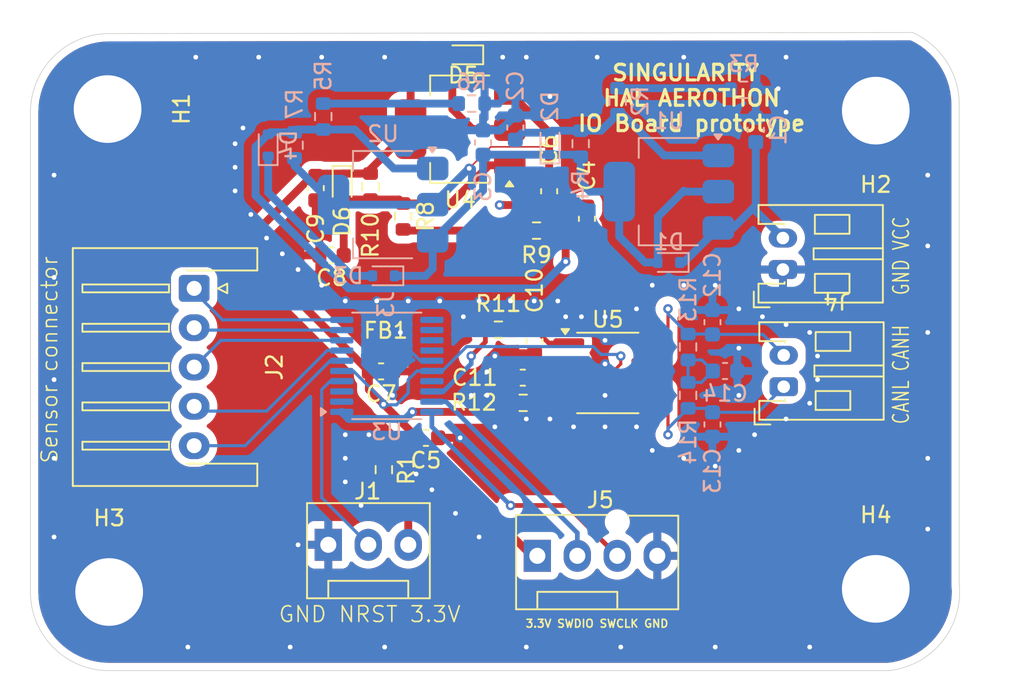
<source format=kicad_pcb>
(kicad_pcb (version 20241229) (generator "pcbnew") (generator_version "9.0")
  (layers (0 "F.Cu" power) (2 "B.Cu" power) (13 "F.Paste" user) (15 "B.Paste" user) (5 "F.SilkS" user "F.Silkscreen") (7 "B.SilkS" user "B.Silkscreen") (1 "F.Mask" user) (3 "B.Mask" user) (25 "Edge.Cuts" user))
  (net 0 "")
  (net 1 "+28V")
  (net 2 "GND")
  (net 3 "Net-(D2-A)")
  (net 4 "+19.8V")
  (net 5 "Net-(D4-A)")
  (net 6 "+3.4V")
  (net 7 "+11.6V")
  (net 8 "Net-(D6-A)")
  (net 9 "Net-(U5-TXD)")
  (net 10 "CAN_H")
  (net 11 "CAN_L")
  (net 12 "Net-(C14-Pad1)")
  (net 13 "Net-(D3-A)")
  (net 14 "Net-(J1-Pin_3)")
  (net 15 "NRST")
  (net 16 "Digital_1")
  (net 17 "Digital_2")
  (net 18 "Digital_3")
  (net 19 "Digital_4")
  (net 20 "Digital_5")
  (net 21 "SYS_SWCLK")
  (net 22 "SYS_SWDIO")
  (net 23 "Net-(R2-Pad2)")
  (net 24 "Net-(R5-Pad2)")
  (net 25 "Net-(R8-Pad2)")
  (net 26 "CAN_TX")
  (net 27 "Net-(U5-RXD)")
  (net 28 "CAN_RX")
  (footprint "Inductor_SMD:L_0201_0603Metric" (layer "F.Cu") (at 106.075 49.925)
    (property "Reference" "FB1")
    (property "Value" "FerriteBead" (hide yes))
  )
  (footprint "Connector_TE-Connectivity:TE_440055-2_1x02_P2.00mm_Horizontal" (layer "F.Cu") (at 131.35 52.45 90)
    (property "Reference" "J4")
    (property "Value" "Conn_01x02")
  )
  (footprint "Diode_SMD:D_SOD-523" (layer "F.Cu") (at 111 31.35 180)
    (property "Reference" "D5")
    (property "Value" "1N4148WT" (hide yes))
  )
  (footprint "Diode_SMD:D_SOD-523" (layer "F.Cu") (at 103.3 39.675 -90)
    (property "Reference" "D6")
    (property "Value" "1N4148WT" (hide yes))
  )
  (footprint "Resistor_SMD:R_0603_1608Metric" (layer "F.Cu") (at 115.65 42.525)
    (property "Reference" "R9")
    (property "Value" "120" (hide yes))
  )
  (footprint "Resistor_SMD:R_0603_1608Metric" (layer "F.Cu") (at 105.1 39.725 -90)
    (property "Reference" "R10")
    (property "Value" "1k" (hide yes))
  )
  (footprint "Capacitor_SMD:C_0603_1608Metric" (layer "F.Cu") (at 116.45 40.025 -90)
    (property "Reference" "C6")
    (property "Value" "0.1u" (hide yes))
  )
  (footprint "MountingHole:MountingHole_4.3mm_M4_DIN965_Pad" (layer "F.Cu") (at 137.2 34.9 180)
    (property "Reference" "H2")
    (property "Value" "MountingHole_Pad")
  )
  (footprint "Resistor_SMD:R_0603_1608Metric" (layer "F.Cu") (at 107.175 41.625 -90)
    (property "Reference" "R8")
    (property "Value" "1.6k" (hide yes))
  )
  (footprint "Package_TO_SOT_SMD:SOT-223-3_TabPin2" (layer "F.Cu") (at 110.8 36.075 180)
    (property "Reference" "U4")
    (property "Value" "LM317_SOT-223" (hide yes))
  )
  (footprint "MountingHole:MountingHole_4.3mm_M4_DIN965_Pad" (layer "F.Cu") (at 137.2 65.3)
    (property "Reference" "H4")
    (property "Value" "MountingHole_Pad")
  )
  (footprint "Resistor_SMD:R_0603_1608Metric" (layer "F.Cu") (at 105.95 57.725 -90)
    (property "Reference" "R1")
    (property "Value" "10k")
  )
  (footprint "Capacitor_SMD:C_0603_1608Metric" (layer "F.Cu") (at 101.625 39.825 -90)
    (property "Reference" "C9")
    (property "Value" "1u")
  )
  (footprint "MountingHole:MountingHole_4.3mm_M4_DIN965_Pad" (layer "F.Cu") (at 88.5 65.5)
    (property "Reference" "H3")
    (property "Value" "MountingHole_Pad")
  )
  (footprint "Capacitor_SMD:C_0603_1608Metric" (layer "F.Cu") (at 105.775 51.475 180)
    (property "Reference" "C7")
    (property "Value" "0.1u")
  )
  (footprint "Resistor_SMD:R_0603_1608Metric" (layer "F.Cu") (at 113.225 48.825)
    (property "Reference" "R11")
    (property "Value" "1k")
  )
  (footprint "Capacitor_SMD:C_0603_1608Metric" (layer "F.Cu") (at 118.85 41.775 -90)
    (property "Reference" "C4")
    (property "Value" "10u" (hide yes))
  )
  (footprint "Capacitor_SMD:C_0603_1608Metric" (layer "F.Cu") (at 114.775 51.875 180)
    (property "Reference" "C11")
    (property "Value" "1u")
  )
  (footprint "Connector_TE-Connectivity:TE_440055-2_1x02_P2.00mm_Horizontal" (layer "F.Cu") (at 131.3 45 90)
    (property "Reference" "J3")
    (property "Value" "Conn_01x02")
  )
  (footprint "Connector:FanPinHeader_1x03_P2.54mm_Vertical" (layer "F.Cu") (at 102.42 62.5)
    (property "Reference" "J1")
    (property "Value" "Conn_01x03_Pin")
  )
  (footprint "Capacitor_SMD:C_0603_1608Metric" (layer "F.Cu") (at 108.625 55.7 180)
    (property "Reference" "C5")
    (property "Value" "0.1u" (hide yes))
  )
  (footprint "Capacitor_SMD:C_0603_1608Metric" (layer "F.Cu") (at 102.625 44.1 180)
    (property "Reference" "C8")
    (property "Value" "10u")
  )
  (footprint "Connector:FanPinHeader_1x04_P2.54mm_Vertical" (layer "F.Cu") (at 115.7 63.2)
    (property "Reference" "J5")
    (property "Value" "Conn_01x04_Pin")
  )
  (footprint "Connector_JST:JST_XH_S5B-XH-A-1_1x05_P2.50mm_Horizontal" (layer "F.Cu") (at 93.9 46.2 -90)
    (property "Reference" "J2")
    (property "Value" "Conn_01x05")
  )
  (footprint "Capacitor_SMD:C_0603_1608Metric" (layer "F.Cu") (at 115.525 49.55 -90)
    (property "Reference" "C10")
    (property "Value" "0.1u")
  )
  (footprint "MountingHole:MountingHole_4.3mm_M4_DIN965_Pad" (layer "F.Cu") (at 88.4 34.8 -90)
    (property "Reference" "H1")
    (property "Value" "MountingHole_Pad")
  )
  (footprint "Resistor_SMD:R_0603_1608Metric" (layer "F.Cu") (at 114.8 53.475)
    (property "Reference" "R12")
    (property "Value" "1k")
  )
  (footprint "Package_SO:SOIC-8_3.9x4.9mm_P1.27mm" (layer "F.Cu") (at 120.175 51.575)
    (property "Reference" "U5")
    (property "Value" "TCAN332G")
  )
  (footprint "Resistor_SMD:R_0603_1608Metric" (layer "B.Cu") (at 125.275 53 -90)
    (property "Reference" "R14")
    (property "Value" "60")
  )
  (footprint "Resistor_SMD:R_0603_1608Metric" (layer "B.Cu") (at 100.27675 37.1 90)
    (property "Reference" "R7")
    (property "Value" "1k" (hide yes))
  )
  (footprint "Diode_SMD:D_SOD-523" (layer "B.Cu") (at 116.50175 37 90)
    (property "Reference" "D2")
    (property "Value" "1N4148WT" (hide yes))
  )
  (footprint "Resistor_SMD:R_0603_1608Metric" (layer "B.Cu") (at 128.80175 33.575)
    (property "Reference" "R3")
    (property "Value" "1.8k" (hide yes))
  )
  (footprint "Diode_SMD:D_SOD-523" (layer "B.Cu") (at 98.60175 37.1 90)
    (property "Reference" "D4")
    (property "Value" "1N4148WT" (hide yes))
  )
  (footprint "Capacitor_SMD:C_0603_1608Metric" (layer "B.Cu") (at 126.825 54.85 -90)
    (property "Reference" "C13")
    (property "Value" "0.1u")
  )
  (footprint "Capacitor_SMD:C_0603_1608Metric" (layer "B.Cu") (at 129.57675 36.125 90)
    (property "Reference" "C1")
    (property "Value" "0.1u" (hide yes))
  )
  (footprint "Package_TO_SOT_SMD:SOT-223-3_TabPin2" (layer "B.Cu") (at 124.05175 40.05 180)
    (property "Reference" "U1")
    (property "Value" "LM317_SOT-223" (hide yes))
  )
  (footprint "Package_SO:TSSOP-20_4.4x6.5mm_P0.65mm" (layer "B.Cu") (at 106.1375 51.125)
    (property "Reference" "U3")
    (property "Value" "STM32F042F6Px" (hide yes))
  )
  (footprint "Capacitor_SMD:C_0603_1608Metric" (layer "B.Cu") (at 112.25175 36.925 90)
    (property "Reference" "C3")
    (property "Value" "0.1u" (hide yes))
  )
  (footprint "Resistor_SMD:R_0603_1608Metric" (layer "B.Cu") (at 125.275 49.925 -90)
    (property "Reference" "R13")
    (property "Value" "60")
  )
  (footprint "Diode_SMD:D_SOD-523" (layer "B.Cu") (at 124.05175 44.55 180)
    (property "Reference" "D1")
    (property "Value" "1N4148WT" (hide yes))
  )
  (footprint "Resistor_SMD:R_0603_1608Metric" (layer "B.Cu") (at 102.10175 35.275 90)
    (property "Reference" "R5")
    (property "Value" "7.5k" (hide yes))
  )
  (footprint "Capacitor_SMD:C_0603_1608Metric" (layer "B.Cu") (at 126.825 48.35 90)
    (property "Reference" "C12")
    (property "Value" "0.1u")
  )
  (footprint "Capacitor_SMD:C_0603_1608Metric" (layer "B.Cu") (at 127.625 51.45)
    (property "Reference" "C14")
    (property "Value" "0.1u")
  )
  (footprint "Package_TO_SOT_SMD:SOT-223-3_TabPin2" (layer "B.Cu") (at 105.90175 40.875 180)
    (property "Reference" "U2")
    (property "Value" "LM317_SOT-223" (hide yes))
  )
  (footprint "Diode_SMD:D_SOD-523" (layer "B.Cu") (at 105.92675 45.4 180)
    (property "Reference" "D3")
    (property "Value" "1N4148WT" (hide yes))
  )
  (footprint "Resistor_SMD:R_0603_1608Metric" (layer "B.Cu") (at 118.45175 37 90)
    (property "Reference" "R4")
    (property "Value" "1k" (hide yes))
  )
  (footprint "Resistor_SMD:R_0603_1608Metric" (layer "B.Cu") (at 120.80175 34.3 90)
    (property "Reference" "R2")
    (property "Value" "13k" (hide yes))
  )
  (footprint "Capacitor_SMD:C_0603_1608Metric" (layer "B.Cu") (at 114.30175 35.975 90)
    (property "Reference" "C2")
    (property "Value" "10u" (hide yes))
  )
  (footprint "Resistor_SMD:R_0603_1608Metric" (layer "B.Cu") (at 111.52675 34.45)
    (property "Reference" "R6")
    (property "Value" "820")
  )
  (gr_line (start 139.530691 29.930942) (end 88.5 30) (stroke (width 0.05)) (layer "Edge.Cuts"))
  (gr_line (start 142.5 65) (end 142.5 34.5) (stroke (width 0.05)) (layer "Edge.Cuts"))
  (gr_arc (start 83.5 35) (mid 84.964466 31.464466) (end 88.5 30) (stroke (width 0.05)) (layer "Edge.Cuts"))
  (gr_arc (start 142.5 65) (mid 141.389087 68.681981) (end 138 70.5) (stroke (width 0.05)) (layer "Edge.Cuts"))
  (gr_line (start 88.5 70.5) (end 137.999991 70.5) (stroke (width 0.05)) (layer "Edge.Cuts"))
  (gr_line (start 83.5 35) (end 83.5 65.5) (stroke (width 0.05)) (layer "Edge.Cuts"))
  (gr_arc (start 139.530692 29.930942) (mid 141.692461 31.775432) (end 142.5 34.5) (stroke (width 0.05)) (layer "Edge.Cuts"))
  (gr_arc (start 88.5 70.5) (mid 84.964466 69.035534) (end 83.5 65.5) (stroke (width 0.05)) (layer "Edge.Cuts"))
  (gr_text "GND NRST 3.3V" (at 99.2 67.5 0) (layer "F.SilkS") (effects (font (size 1 1) (thickness 0.1)) (justify left bottom)))
  (gr_text "CANL CANH\n\n" (at 141 54.9 90) (layer "F.SilkS") (effects (font (size 1 0.75) (thickness 0.1)) (justify left bottom)))
  (gr_text "Sensor connector\n" (at 85.3 57.4 90) (layer "F.SilkS") (effects (font (size 1 1) (thickness 0.1)) (justify left bottom)))
  (gr_text "3.3V SWDIO SWCLK GND" (at 114.9 67.8 0) (layer "F.SilkS") (effects (font (size 0.5 0.5) (thickness 0.1)) (justify left bottom)))
  (gr_text "SINGULARITY \nHAL AEROTHON\nIO Board prototype" (at 125.5 36.3 0) (layer "F.SilkS") (effects (font (size 1 1) (thickness 0.2) (bold yes)) (justify bottom)))
  (gr_text "GND VCC" (at 139.4 46.7 90) (layer "F.SilkS") (effects (font (size 1 0.75) (thickness 0.1)) (justify left bottom)))
  (segment (start 129.57675 40.92325) (end 129.57675 41.27675) (width 0.5) (layer "B.Cu") (net 1))
  (segment (start 127.20175 42.35) (end 128.15 42.35) (width 0.5) (layer "B.Cu") (net 1))
  (segment (start 124.75175 44.55) (end 125.00175 44.55) (width 0.5) (layer "B.Cu") (net 1))
  (segment (start 128.15 42.35) (end 129.57675 40.92325) (width 0.5) (layer "B.Cu") (net 1))
  (segment (start 125.00175 44.55) (end 127.20175 42.35) (width 0.5) (layer "B.Cu") (net 1))
  (segment (start 129.57675 41.27675) (end 131.3 43) (width 0.5) (layer "B.Cu") (net 1))
  (segment (start 129.57675 40.92325) (end 129.57675 36.9) (width 0.5) (layer "B.Cu") (net 1))
  (segment (start 115.525 50.325) (end 113.175 50.325) (width 0.5) (layer "F.Cu") (net 2))
  (segment (start 106.55 52.95) (end 106.5 53) (width 0.5) (layer "F.Cu") (net 2))
  (segment (start 114 51.875) (end 112.875 51.875) (width 0.5) (layer "F.Cu") (net 2))
  (segment (start 113.175 50.325) (end 113 50.5) (width 0.5) (layer "F.Cu") (net 2))
  (segment (start 109.4 55.7) (end 110.8 55.7) (width 0.5) (layer "F.Cu") (net 2))
  (segment (start 106.55 51.475) (end 106.55 52.95) (width 0.5) (layer "F.Cu") (net 2))
  (segment (start 112.875 51.875) (end 112.5 51.5) (width 0.5) (layer "F.Cu") (net 2))
  (via (at 96.5 40) (size 0.6) (drill 0.3) (layers "F.Cu" "B.Cu") (net 2))
  (via (at 85 39) (size 0.6) (drill 0.3) (layers "F.Cu" "B.Cu") (net 2))
  (via (at 116.5 34) (size 0.6) (drill 0.3) (layers "F.Cu" "B.Cu") (net 2))
  (via (at 118.5 48) (size 0.6) (drill 0.3) (layers "F.Cu" "B.Cu") (net 2))
  (via (at 129.5 55.5) (size 0.6) (drill 0.3) (layers "F.Cu" "B.Cu") (net 2))
  (via (at 85 57) (size 0.6) (drill 0.3) (layers "F.Cu" "B.Cu") (net 2))
  (via (at 125 31.5) (size 0.6) (drill 0.3) (layers "F.Cu" "B.Cu") (net 2))
  (via (at 128.5 56.5) (size 0.6) (drill 0.3) (layers "F.Cu" "B.Cu") (net 2))
  (via (at 140.5 49) (size 0.6) (drill 0.3) (layers "F.Cu" "B.Cu") (net 2))
  (via (at 120 53) (size 0.6) (drill 0.3) (layers "F.Cu" "B.Cu") (net 2))
  (via (at 112 47) (size 0.6) (drill 0.3) (layers "F.Cu" "B.Cu") (net 2))
  (via (at 113.5 31.5) (size 0.6) (drill 0.3) (layers "F.Cu" "B.Cu") (net 2))
  (via (at 103.5 47) (size 0.6) (drill 0.3) (layers "F.Cu" "B.Cu") (net 2))
  (via (at 98.5 43) (size 0.6) (drill 0.3) (layers "F.Cu" "B.Cu") (net 2))
  (via (at 106 69) (size 0.6) (drill 0.3) (layers "F.Cu" "B.Cu") (net 2))
  (via (at 127 46) (size 0.6) (drill 0.3) (layers "F.Cu" "B.Cu") (net 2))
  (via (at 102 31.5) (size 0.6) (drill 0.3) (layers "F.Cu" "B.Cu") (net 2))
  (via (at 99.5 44) (size 0.6) (drill 0.3) (layers "F.Cu" "B.Cu") (net 2))
  (via (at 133.5 52) (size 0.6) (drill 0.3) (layers "F.Cu" "B.Cu") (net 2))
  (via (at 140.5 57) (size 0.6) (drill 0.3) (layers "F.Cu" "B.Cu") (net 2))
  (via (at 96.5 38.5) (size 0.6) (drill 0.3) (layers "F.Cu" "B.Cu") (net 2))
  (via (at 118 55) (size 0.6) (drill 0.3) (layers "F.Cu" "B.Cu") (net 2))
  (via (at 121 69) (size 0.6) (drill 0.3) (layers "F.Cu" "B.Cu") (net 2))
  (via (at 111.5 53) (size 0.6) (drill 0.3) (layers "F.Cu" "B.Cu") (net 2))
  (via (at 97.5 41.5) (size 0.6) (drill 0.3) (layers "F.Cu" "B.Cu") (net 2))
  (via (at 112 62) (size 0.6) (drill 0.3) (layers "F.Cu" "B.Cu") (net 2))
  (via (at 93.5 69) (size 0.6) (drill 0.3) (layers "F.Cu" "B.Cu") (net 2))
  (via (at 108 58) (size 0.6) (drill 0.3) (layers "F.Cu" "B.Cu") (net 2))
  (via (at 125 46) (size 0.6) (drill 0.3) (layers "F.Cu" "B.Cu") (net 2))
  (via (at 104.5 60) (size 0.6) (drill 0.3) (layers "F.Cu" "B.Cu") (net 2))
  (via (at 98 31.5) (size 0.6) (drill 0.3) (layers "F.Cu" "B.Cu") (net 2))
  (via (at 114 47) (size 0.6) (drill 0.3) (layers "F.Cu" "B.Cu") (net 2))
  (via (at 119.5 31.5) (size 0.6) (drill 0.3) (layers "F.Cu" "B.Cu") (net 2))
  (via (at 105 55.5) (size 0.6) (drill 0.3) (layers "F.Cu" "B.Cu") (net 2))
  (via (at 131.5 48.5) (size 0.6) (drill 0.3) (layers "F.Cu" "B.Cu") (net 2))
  (via (at 128.5 47.5) (size 0.6) (drill 0.3) (layers "F.Cu" "B.Cu") (net 2))
  (via (at 131.5 31.5) (size 0.6) (drill 0.3) (layers "F.Cu" "B.Cu") (net 2))
  (via (at 110.5 60.5) (size 0.6) (drill 0.3) (layers "F.Cu" "B.Cu") (net 2))
  (via (at 127 57.5) (size 0.6) (drill 0.3) (layers "F.Cu" "B.Cu") (net 2))
  (via (at 112.5 53) (size 0.6) (drill 0.3) (layers "F.Cu" "B.Cu") (net 2))
  (via (at 140.5 61.5) (size 0.6) (drill 0.3) (layers "F.Cu" "B.Cu") (net 2))
  (via (at 133 69) (size 0.6) (drill 0.3) (layers "F.Cu" "B.Cu") (net 2))
  (via (at 120 49.5) (size 0.6) (drill 0.3) (layers "F.Cu" "B.Cu") (net 2))
  (via (at 120 51) (size 0.6) (drill 0.3) (layers "F.Cu" "B.Cu") (net 2))
  (via (at 133.5 50.5) (size 0.6) (drill 0.3) (layers "F.Cu" "B.Cu") (net 2))
  (via (at 103.5 58.5) (size 0.6) (drill 0.3) (layers "F.Cu" "B.Cu") (net 2))
  (via (at 107.5 47) (size 0.6) (drill 0.3) (layers "F.Cu" "B.Cu") (net 2))
  (via (at 117 47) (size 0.6) (drill 0.3) (layers "F.Cu" "B.Cu") (net 2))
  (via (at 100 69) (size 0.6) (drill 0.3) (layers "F.Cu" "B.Cu") (net 2))
  (via (at 131.5 54.5) (size 0.6) (drill 0.3) (layers "F.Cu" "B.Cu") (net 2))
  (via (at 123 56.5) (size 0.6) (drill 0.3) (layers "F.Cu" "B.Cu") (net 2))
  (via (at 100.5 45) (size 0.6) (drill 0.3) (layers "F.Cu" "B.Cu") (net 2))
  (via (at 133 53.5) (size 0.6) (drill 0.3) (layers "F.Cu" "B.Cu") (net 2))
  (via (at 110.8 55.7) (size 0.6) (drill 0.3) (layers "F.Cu" "B.Cu") (net 2))
  (via (at 106.5 53) (size 0.6) (drill 0.3) (layers "F.Cu" "B.Cu") (net 2))
  (via (at 122 47.5) (size 0.6) (drill 0.3) (layers "F.Cu" "B.Cu") (net 2))
  (via (at 85 62) (size 0.6) (drill 0.3) (layers "F.Cu" "B.Cu") (net 2))
  (via (at 122 55) (size 0.6) (drill 0.3) (layers "F.Cu" "B.Cu") (net 2))
  (via (at 140.5 39) (size 0.6) (drill 0.3) (layers "F.Cu" "B.Cu") (net 2))
  (via (at 100.5 62.5) (size 0.6) (drill 0.3) (layers "F.Cu" "B.Cu") (net 2))
  (via (at 106 31.5) (size 0.6) (drill 0.3) (layers "F.Cu" "B.Cu") (net 2))
  (via (at 115.5 47) (size 0.6) (drill 0.3) (layers "F.Cu" "B.Cu") (net 2))
  (via (at 130 48) (size 0.6) (drill 0.3) (layers "F.Cu" "B.Cu") (net 2))
  (via (at 85 52) (size 0.6) (drill 0.3) (layers "F.Cu" "B.Cu") (net 2))
  (via (at 94 31.5) (size 0.6) (drill 0.3) (layers "F.Cu" "B.Cu") (net 2))
  (via (at 115 54.5) (size 0.6) (drill 0.3) (layers "F.Cu" "B.Cu") (net 2))
  (via (at 112.5 51.5) (size 0.6) (drill 0.3) (layers "F.Cu" "B.Cu") (net 2))
  (via (at 113 55) (size 0.6) (drill 0.3) (layers "F.Cu" "B.Cu") (net 2))
  (via (at 128.5 50) (size 0.6) (drill 0.3) (layers "F.Cu" "B.Cu") (net 2))
  (via (at 85 45.5) (size 0.6) (drill 0.3) (layers "F.Cu" "B.Cu") (net 2))
  (via (at 131.5 35) (size 0.6) (drill 0.3) (layers "F.Cu" "B.Cu") (net 2))
  (via (at 111 48) (size 0.6) (drill 0.3) (layers "F.Cu" "B.Cu") (net 2))
  (via (at 109 59) (size 0.6) (drill 0.3) (layers "F.Cu" "B.Cu") (net 2))
  (via (at 115 31.5) (size 0.6) (drill 0.3) (layers "F.Cu" "B.Cu") (net 2))
  (via (at 133 49) (size 0.6) (drill 0.3) (layers "F.Cu" "B.Cu") (net 2))
  (via (at 107 49) (size 0.6) (drill 0.3) (layers "F.Cu" "B.Cu") (net 2))
  (via (at 117.5 48) (size 0.6) (drill 0.3) (layers "F.Cu" "B.Cu") (net 2))
  (via (at 140.5 43.5) (size 0.6) (drill 0.3) (layers "F.Cu" "B.Cu") (net 2))
  (via (at 127 69) (size 0.6) (drill 0.3) (layers "F.Cu" "B.Cu") (net 2))
  (via (at 116.5 54.5) (size 0.6) (drill 0.3) (layers "F.Cu" "B.Cu") (net 2))
  (via (at 120 48) (size 0.6) (drill 0.3) (layers "F.Cu" "B.Cu") (net 2))
  (via (at 113 50.5) (size 0.6) (drill 0.3) (layers "F.Cu" "B.Cu") (net 2))
  (via (at 125 57) (size 0.6) (drill 0.3) (layers "F.Cu" "B.Cu") (net 2))
  (via (at 102 46) (size 0.6) (drill 0.3) (layers "F.Cu" "B.Cu") (net 2))
  (via (at 96.5 37) (size 0.6) (drill 0.3) (layers "F.Cu" "B.Cu") (net 2))
  (via (at 115 69) (size 0.6) (drill 0.3) (layers "F.Cu" "B.Cu") (net 2))
  (via (at 131 33.5) (size 0.6) (drill 0.3) (layers "F.Cu" "B.Cu") (net 2))
  (via (at 109.5 47) (size 0.6) (drill 0.3) (layers "F.Cu" "B.Cu") (net 2))
  (via (at 120 55) (size 0.6) (drill 0.3) (layers "F.Cu" "B.Cu") (net 2))
  (via (at 123 46) (size 0.6) (drill 0.3) (layers "F.Cu" "B.Cu") (net 2))
  (via (at 103.5 55.5) (size 0.6) (drill 0.3) (layers "F.Cu" "B.Cu") (net 2))
  (via (at 128.5 53) (size 0.6) (drill 0.3) (layers "F.Cu" "B.Cu") (net 2))
  (via (at 103.5 57) (size 0.6) (drill 0.3) (layers "F.Cu" "B.Cu") (net 2))
  (via (at 97 36) (size 0.6) (drill 0.3) (layers "F.Cu" "B.Cu") (net 2))
  (via (at 105.5 47) (size 0.6) (drill 0.3) (layers "F.Cu" "B.Cu") (net 2))
  (segment (start 112.25175 36.15) (end 113.35175 36.15) (width 0.5) (layer "B.Cu") (net 2))
  (segment (start 109 50.8) (end 108.262501 50.8) (width 0.2) (layer "B.Cu") (net 2))
  (segment (start 130.925 33.575) (end 131 33.5) (width 0.5) (layer "B.Cu") (net 2))
  (segment (start 129.62675 33.575) (end 130.925 33.575) (width 0.5) (layer "B.Cu") (net 2))
  (segment (start 131.15 35.35) (end 131.5 35) (width 0.5) (layer "B.Cu") (net 2))
  (segment (start 114.30175 35.2) (end 115.3 35.2) (width 0.5) (layer "B.Cu") (net 2))
  (segment (start 107 49.537499) (end 107 49) (width 0.2) (layer "B.Cu") (net 2))
  (segment (start 129.57675 35.35) (end 131.15 35.35) (width 0.5) (layer "B.Cu") (net 2))
  (segment (start 132 34.5) (end 131.5 35) (width 0.5) (layer "B.Cu") (net 2))
  (segment (start 115.3 35.2) (end 116.5 34) (width 0.5) (layer "B.Cu") (net 2))
  (segment (start 112.35175 32.64825) (end 113.5 31.5) (width 0.5) (layer "B.Cu") (net 2))
  (segment (start 102.42 62.5) (end 100.5 62.5) (width 0.2) (layer "B.Cu") (net 2))
  (segment (start 112.35175 34.45) (end 112.35175 32.64825) (width 0.5) (layer "B.Cu") (net 2))
  (segment (start 108.262501 50.8) (end 107 49.537499) (width 0.2) (layer "B.Cu") (net 2))
  (segment (start 137.5 34.5) (end 132 34.5) (width 0.5) (layer "B.Cu") (net 2))
  (segment (start 113.35175 36.15) (end 114.30175 35.2) (width 0.5) (layer "B.Cu") (net 2))
  (segment (start 114.75175 36.3) (end 114.30175 36.75) (width 0.5) (layer "B.Cu") (net 3))
  (segment (start 116.50175 36.3) (end 114.75175 36.3) (width 0.5) (layer "B.Cu") (net 3))
  (segment (start 118.45175 36.175) (end 116.62675 36.175) (width 0.5) (layer "B.Cu") (net 3))
  (segment (start 119.75175 36.175) (end 120.80175 35.125) (width 0.5) (layer "B.Cu") (net 3))
  (segment (start 121.125 35.125) (end 123.75 37.75) (width 0.5) (layer "B.Cu") (net 3))
  (segment (start 116.62675 36.175) (end 116.50175 36.3) (width 0.5) (layer "B.Cu") (net 3))
  (segment (start 120.80175 35.125) (end 121.125 35.125) (width 0.5) (layer "B.Cu") (net 3))
  (segment (start 123.75 37.75) (end 127.20175 37.75) (width 0.5) (layer "B.Cu") (net 3))
  (segment (start 118.45175 36.175) (end 119.75175 36.175) (width 0.5) (layer "B.Cu") (net 3))
  (segment (start 112.25175 37.7) (end 116.50175 37.7) (width 0.5) (layer "B.Cu") (net 4))
  (segment (start 123.35175 44.55) (end 123.35175 41.64825) (width 0.5) (layer "B.Cu") (net 4))
  (segment (start 125 40) (end 125.05 40.05) (width 0.5) (layer "B.Cu") (net 4))
  (segment (start 112.25175 39.975) (end 112.25175 37.7) (width 0.5) (layer "B.Cu") (net 4))
  (segment (start 119.05 40.05) (end 120.90175 40.05) (width 0.5) (layer "B.Cu") (net 4))
  (segment (start 106.62675 45.4) (end 108.6 45.4) (width 0.5) (layer "B.Cu") (net 4))
  (segment (start 125.05 40.05) (end 127.20175 40.05) (width 0.5) (layer "B.Cu") (net 4))
  (segment (start 116.50175 37.7) (end 118.32675 37.7) (width 0.5) (layer "B.Cu") (net 4))
  (segment (start 109.05175 43.175) (end 112.25175 39.975) (width 0.5) (layer "B.Cu") (net 4))
  (segment (start 120.90175 42.90175) (end 120.90175 40.05) (width 0.5) (layer "B.Cu") (net 4))
  (segment (start 122.55 44.55) (end 120.90175 42.90175) (width 0.5) (layer "B.Cu") (net 4))
  (segment (start 123.35175 44.55) (end 122.55 44.55) (width 0.5) (layer "B.Cu") (net 4))
  (segment (start 118.32675 37.7) (end 118.45175 37.825) (width 0.5) (layer "B.Cu") (net 4))
  (segment (start 118.45175 37.825) (end 118.45175 39.45175) (width 0.5) (layer "B.Cu") (net 4))
  (segment (start 118.45175 39.45175) (end 119.05 40.05) (width 0.5) (layer "B.Cu") (net 4))
  (segment (start 108.6 45.4) (end 109.05175 44.94825) (width 0.5) (layer "B.Cu") (net 4))
  (segment (start 123.35175 41.64825) (end 125 40) (width 0.5) (layer "B.Cu") (net 4))
  (segment (start 109.05175 44.94825) (end 109.05175 43.175) (width 0.5) (layer "B.Cu") (net 4))
  (segment (start 117.5 44.5) (end 117.5 42.35) (width 0.5) (layer "F.Cu") (net 5))
  (segment (start 117.5 42.35) (end 118.85 41) (width 0.5) (layer "F.Cu") (net 5))
  (via (at 117.5 44.5) (size 0.6) (drill 0.3) (layers "F.Cu" "B.Cu") (net 5))
  (segment (start 102.10175 36.1) (end 100.45175 36.1) (width 0.5) (layer "B.Cu") (net 5))
  (segment (start 115.799 46.201) (end 117.5 44.5) (width 0.5) (layer "B.Cu") (net 5))
  (segment (start 106.575 38.575) (end 109.05175 38.575) (width 0.5) (layer "B.Cu") (net 5))
  (segment (start 98.72675 36.275) (end 98.60175 36.4) (width 0.5) (layer "B.Cu") (net 5))
  (segment (start 97.80075 40.292114) (end 103.709636 46.201) (width 0.5) (layer "B.Cu") (net 5))
  (segment (start 103.709636 46.201) (end 115.799 46.201) (width 0.5) (layer "B.Cu") (net 5))
  (segment (start 97.80075 37.201) (end 97.80075 40.292114) (width 0.5) (layer "B.Cu") (net 5))
  (segment (start 100.45175 36.1) (end 100.27675 36.275) (width 0.5) (layer "B.Cu") (net 5))
  (segment (start 100.27675 36.275) (end 98.72675 36.275) (width 0.5) (layer "B.Cu") (net 5))
  (segment (start 102.10175 36.1) (end 104.1 36.1) (width 0.5) (layer "B.Cu") (net 5))
  (segment (start 104.1 36.1) (end 106.575 38.575) (width 0.5) (layer "B.Cu") (net 5))
  (segment (start 98.60175 36.4) (end 97.80075 37.201) (width 0.5) (layer "B.Cu") (net 5))
  (segment (start 115.885 52.21) (end 115.55 51.875) (width 0.5) (layer "F.Cu") (net 6))
  (segment (start 101.625 39.05) (end 103.225 39.05) (width 0.5) (layer "F.Cu") (net 6))
  (segment (start 97.749 42.688925) (end 97.749 44.224) (width 0.5) (layer "F.Cu") (net 6))
  (segment (start 107.85 55.7) (end 115.35 63.2) (width 0.5) (layer "F.Cu") (net 6))
  (segment (start 105.1 38.625) (end 107.65 36.075) (width 0.5) (layer "F.Cu") (net 6))
  (segment (start 105.1 38.9) (end 101.537925 38.9) (width 0.5) (layer "F.Cu") (net 6))
  (segment (start 105.95 56.9) (end 106.65 56.9) (width 0.5) (layer "F.Cu") (net 6))
  (segment (start 107.85 55.7) (end 107.85 55.481374) (width 0.5) (layer "F.Cu") (net 6))
  (segment (start 121 50.5) (end 121 51) (width 0.2) (layer "F.Cu") (net 6))
  (segment (start 97.749 44.224) (end 105 51.475) (width 0.5) (layer "F.Cu") (net 6))
  (segment (start 103.375 38.9) (end 103.3 38.975) (width 0.5) (layer "F.Cu") (net 6))
  (segment (start 110.3 34.8) (end 111.575 36.075) (width 0.5) (layer "F.Cu") (net 6))
  (segment (start 105 51.475) (end 105 52.631374) (width 0.5) (layer "F.Cu") (net 6))
  (segment (start 105 51.475) (end 105 50.68) (width 0.5) (layer "F.Cu") (net 6))
  (segment (start 103.225 39.05) (end 103.3 38.975) (width 0.5) (layer "F.Cu") (net 6))
  (segment (start 105.1 38.9) (end 105.1 38.625) (width 0.5) (layer "F.Cu") (net 6))
  (segment (start 121 51) (end 119.79 52.21) (width 0.2) (layer "F.Cu") (net 6))
  (segment (start 101.537925 38.9) (end 97.749 42.688925) (width 0.5) (layer "F.Cu") (net 6))
  (segment (start 111.575 36.075) (end 113.95 36.075) (width 0.5) (layer "F.Cu") (net 6))
  (segment (start 107.85 55.481374) (end 105 52.631374) (width 0.5) (layer "F.Cu") (net 6))
  (segment (start 117.7 52.21) (end 115.885 52.21) (width 0.5) (layer "F.Cu") (net 6))
  (segment (start 105 50.68) (end 105.755 49.925) (width 0.5) (layer "F.Cu") (net 6))
  (segment (start 107.65 36.075) (end 107.65 32.35) (width 0.5) (layer "F.Cu") (net 6))
  (segment (start 119.79 52.21) (end 117.7 52.21) (width 0.2) (layer "F.Cu") (net 6))
  (segment (start 107.65 32.35) (end 108.65 31.35) (width 0.5) (layer "F.Cu") (net 6))
  (segment (start 110.3 31.35) (end 110.3 34.8) (width 0.5) (layer "F.Cu") (net 6))
  (segment (start 105 52.631374) (end 105.934313 53.565687) (width 0.5) (layer "F.Cu") (net 6))
  (segment (start 105.1 38.9) (end 103.375 38.9) (width 0.5) (layer "F.Cu") (net 6))
  (segment (start 115.35 63.2) (end 115.7 63.2) (width 0.5) (layer "F.Cu") (net 6))
  (segment (start 108.65 31.35) (end 110.3 31.35) (width 0.5) (layer "F.Cu") (net 6))
  (segment (start 106.65 56.9) (end 107.85 55.7) (width 0.5) (layer "F.Cu") (net 6))
  (via (at 105.934313 53.565687) (size 0.6) (drill 0.3) (layers "F.Cu" "B.Cu") (net 6))
  (via (at 121 50.5) (size 0.6) (drill 0.3) (layers "F.Cu" "B.Cu") (net 6))
  (segment (start 120.899 50.399) (end 121 50.5) (width 0.2) (layer "B.Cu") (net 6))
  (segment (start 111.20837 49.899) (end 119.251057 49.899) (width 0.2) (layer "B.Cu") (net 6))
  (segment (start 109 51.45) (end 109.65737 51.45) (width 0.2) (layer "B.Cu") (net 6))
  (segment (start 119.251057 49.899) (end 119.751057 50.399) (width 0.2) (layer "B.Cu") (net 6))
  (segment (start 105.934313 53.565687) (end 105.969626 53.601) (width 0.2) (layer "B.Cu") (net 6))
  (segment (start 119.751057 50.399) (end 120.899 50.399) (width 0.2) (layer "B.Cu") (net 6))
  (segment (start 105.934313 53.371814) (end 105.934313 53.565687) (width 0.2) (layer "B.Cu") (net 6))
  (segment (start 105.969626 53.601) (end 106.748943 53.601) (width 0.2) (layer "B.Cu") (net 6))
  (segment (start 109.65737 51.45) (end 111.20837 49.899) (width 0.2) (layer "B.Cu") (net 6))
  (segment (start 103.275 51.45) (end 104.012499 51.45) (width 0.2) (layer "B.Cu") (net 6))
  (segment (start 108.05 51.45) (end 109 51.45) (width 0.2) (layer "B.Cu") (net 6))
  (segment (start 104.012499 51.45) (end 105.934313 53.371814) (width 0.2) (layer "B.Cu") (net 6))
  (segment (start 106.748943 53.601) (end 107.5 52.849943) (width 0.2) (layer "B.Cu") (net 6))
  (segment (start 107.5 52) (end 108.05 51.45) (width 0.2) (layer "B.Cu") (net 6))
  (segment (start 107.5 52.849943) (end 107.5 52) (width 0.2) (layer "B.Cu") (net 6))
  (segment (start 111.370544 38.568794) (end 112.739338 37.2) (width 0.1) (layer "F.Cu") (net 7))
  (segment (start 114.8 40.9) (end 113.3 40.9) (width 0.5) (layer "F.Cu") (net 7))
  (segment (start 113.3 40.9) (end 113.5 40.9) (width 0.5) (layer "F.Cu") (net 7))
  (segment (start 113.95 33.775) (end 116.45 36.275) (width 0.5) (layer "F.Cu") (net 7))
  (segment (start 116.45 37.2) (end 116.45 39.25) (width 0.5) (layer "F.Cu") (net 7))
  (segment (start 116.45 36.275) (end 116.45 37.2) (width 0.5) (layer "F.Cu") (net 7))
  (segment (start 112.739338 37.2) (end 116.45 37.2) (width 0.1) (layer "F.Cu") (net 7))
  (segment (start 116.45 39.25) (end 114.8 40.9) (width 0.5) (layer "F.Cu") (net 7))
  (segment (start 111.7 31.525) (end 113.95 33.775) (width 0.5) (layer "F.Cu") (net 7))
  (segment (start 111.7 31.35) (end 111.7 31.525) (width 0.5) (layer "F.Cu") (net 7))
  (via (at 111.370544 38.568794) (size 0.6) (drill 0.3) (layers "F.Cu" "B.Cu") (net 7))
  (via (at 113.3 40.9) (size 0.6) (drill 0.3) (layers "F.Cu" "B.Cu") (net 7))
  (segment (start 109.05175 40.875) (end 102.75175 40.875) (width 0.5) (layer "B.Cu") (net 7))
  (segment (start 111.55075 38.749) (end 111.370544 38.568794) (width 0.5) (layer "B.Cu") (net 7))
  (segment (start 111.55075 38.601) (end 111.55075 39.684636) (width 0.5) (layer "B.Cu") (net 7))
  (segment (start 100.27675 37.925) (end 100.27675 38.4) (width 0.5) (layer "B.Cu") (net 7))
  (segment (start 111.55075 39.684636) (end 111.55075 38.749) (width 0.5) (layer "B.Cu") (net 7))
  (segment (start 100.27675 38.4) (end 102.75175 40.875) (width 0.5) (layer "B.Cu") (net 7))
  (segment (start 109.05175 40.875) (end 111.32575 38.601) (width 0.5) (layer "B.Cu") (net 7))
  (segment (start 111.32575 38.601) (end 111.55075 38.601) (width 0.5) (layer "B.Cu") (net 7))
  (segment (start 103.475 40.55) (end 103.3 40.375) (width 0.5) (layer "F.Cu") (net 8))
  (segment (start 113.95 38.375) (end 112.625 38.375) (width 0.5) (layer "F.Cu") (net 8))
  (segment (start 105.1 40.55) (end 106.925 40.55) (width 0.5) (layer "F.Cu") (net 8))
  (segment (start 106.925 40.55) (end 107.175 40.8) (width 0.5) (layer "F.Cu") (net 8))
  (segment (start 112.625 38.375) (end 110 41) (width 0.5) (layer "F.Cu") (net 8))
  (segment (start 109.8 40.8) (end 107.175 40.8) (width 0.5) (layer "F.Cu") (net 8))
  (segment (start 103.4 44.1) (end 103.4 40.475) (width 0.5) (layer "F.Cu") (net 8))
  (segment (start 103.4 40.475) (end 103.3 40.375) (width 0.5) (layer "F.Cu") (net 8))
  (segment (start 105.1 40.55) (end 103.475 40.55) (width 0.5) (layer "F.Cu") (net 8))
  (segment (start 110 41) (end 109.8 40.8) (width 0.5) (layer "F.Cu") (net 8))
  (segment (start 117.7 49.67) (end 116.42 49.67) (width 0.3) (layer "F.Cu") (net 9))
  (segment (start 116.42 49.67) (end 115.525 48.775) (width 0.3) (layer "F.Cu") (net 9))
  (segment (start 115.525 48.775) (end 114.1 48.775) (width 0.3) (layer "F.Cu") (net 9))
  (segment (start 114.1 48.775) (end 114.05 48.825) (width 0.3) (layer "F.Cu") (net 9))
  (segment (start 123.624999 50.94) (end 124 50.564999) (width 0.2) (layer "F.Cu") (net 10))
  (segment (start 122.65 50.94) (end 123.624999 50.94) (width 0.2) (layer "F.Cu") (net 10))
  (segment (start 124 50.564999) (end 124 47.5) (width 0.2) (layer "F.Cu") (net 10))
  (via (at 124 47.5) (size 0.6) (drill 0.3) (layers "F.Cu" "B.Cu") (net 10))
  (segment (start 125.275 49.1) (end 126.8 49.1) (width 0.2) (layer "B.Cu") (net 10))
  (segment (start 130.025 49.125) (end 131.35 50.45) (width 0.2) (layer "B.Cu") (net 10))
  (segment (start 126.8 49.1) (end 126.825 49.125) (width 0.2) (layer "B.Cu") (net 10))
  (segment (start 126.825 49.125) (end 130.025 49.125) (width 0.2) (layer "B.Cu") (net 10))
  (segment (start 124 47.825) (end 125.275 49.1) (width 0.2) (layer "B.Cu") (net 10))
  (segment (start 124 47.5) (end 124 47.825) (width 0.2) (layer "B.Cu") (net 10))
  (segment (start 123.624999 52.21) (end 124 52.585001) (width 0.2) (layer "F.Cu") (net 11))
  (segment (start 124 52.585001) (end 124 55.5) (width 0.2) (layer "F.Cu") (net 11))
  (segment (start 122.65 52.21) (end 123.624999 52.21) (width 0.2) (layer "F.Cu") (net 11))
  (via (at 124 55.5) (size 0.6) (drill 0.3) (layers "F.Cu" "B.Cu") (net 11))
  (segment (start 125.275 53.825) (end 126.575 53.825) (width 0.2) (layer "B.Cu") (net 11))
  (segment (start 126.575 53.825) (end 126.825 54.075) (width 0.2) (layer "B.Cu") (net 11))
  (segment (start 124 55.5) (end 124 55.1) (width 0.2) (layer "B.Cu") (net 11))
  (segment (start 126.825 54.075) (end 129.725 54.075) (width 0.2) (layer "B.Cu") (net 11))
  (segment (start 129.725 54.075) (end 131.35 52.45) (width 0.2) (layer "B.Cu") (net 11))
  (segment (start 124 55.1) (end 125.275 53.825) (width 0.2) (layer "B.Cu") (net 11))
  (segment (start 126.15 50.75) (end 126.85 51.45) (width 0.2) (layer "B.Cu") (net 12))
  (segment (start 125.275 50.75) (end 126.15 50.75) (width 0.2) (layer "B.Cu") (net 12))
  (segment (start 126.125 52.175) (end 126.85 51.45) (width 0.2) (layer "B.Cu") (net 12))
  (segment (start 125.275 52.175) (end 126.125 52.175) (width 0.2) (layer "B.Cu") (net 12))
  (segment (start 125.275 52.175) (end 125.275 50.75) (width 0.2) (layer "B.Cu") (net 12))
  (segment (start 105.22675 45.4) (end 103.9 45.4) (width 0.5) (layer "B.Cu") (net 13))
  (segment (start 98.60175 40.10175) (end 98.60175 37.8) (width 0.5) (layer "B.Cu") (net 13))
  (segment (start 103.9 45.4) (end 98.60175 40.10175) (width 0.5) (layer "B.Cu") (net 13))
  (segment (start 107.5 62.5) (end 107.5 60.1) (width 0.5) (layer "F.Cu") (net 14))
  (segment (start 107.5 60.1) (end 105.95 58.55) (width 0.5) (layer "F.Cu") (net 14))
  (segment (start 102 52.637501) (end 102 59.5) (width 0.2) (layer "B.Cu") (net 15))
  (segment (start 102 59.5) (end 104.96 62.46) (width 0.2) (layer "B.Cu") (net 15))
  (segment (start 104.96 62.46) (end 104.96 62.5) (width 0.2) (layer "B.Cu") (net 15))
  (segment (start 102.537501 52.1) (end 102 52.637501) (width 0.2) (layer "B.Cu") (net 15))
  (segment (start 103.275 52.1) (end 102.537501 52.1) (width 0.2) (layer "B.Cu") (net 15))
  (segment (start 103.275 50.8) (end 102.537501 50.8) (width 0.2) (layer "B.Cu") (net 16))
  (segment (start 102.537501 50.8) (end 97.137501 56.2) (width 0.2) (layer "B.Cu") (net 16))
  (segment (start 97.137501 56.2) (end 93.9 56.2) (width 0.2) (layer "B.Cu") (net 16))
  (segment (start 94.2 54) (end 93.9 53.7) (width 0.2) (layer "B.Cu") (net 17))
  (segment (start 102.35 50.15) (end 98.5 54) (width 0.2) (layer "B.Cu") (net 17))
  (segment (start 103.275 50.15) (end 102.35 50.15) (width 0.2) (layer "B.Cu") (net 17))
  (segment (start 98.5 54) (end 94.2 54) (width 0.2) (layer "B.Cu") (net 17))
  (segment (start 103.275 49.5) (end 95.6 49.5) (width 0.2) (layer "B.Cu") (net 18))
  (segment (start 95.6 49.5) (end 93.9 51.2) (width 0.2) (layer "B.Cu") (net 18))
  (segment (start 103.275 48.85) (end 94.05 48.85) (width 0.2) (layer "B.Cu") (net 19))
  (segment (start 94.05 48.85) (end 93.9 48.7) (width 0.2) (layer "B.Cu") (net 19))
  (segment (start 103.275 48.2) (end 95.7 48.2) (width 0.2) (layer "B.Cu") (net 20))
  (segment (start 93.9 46.4) (end 93.9 46.2) (width 0.2) (layer "B.Cu") (net 20))
  (segment (start 95.7 48.2) (end 93.9 46.4) (width 0.2) (layer "B.Cu") (net 20))
  (segment (start 117.58 60) (end 120.78 63.2) (width 0.3) (layer "F.Cu") (net 21))
  (segment (start 114 60) (end 117.58 60) (width 0.3) (layer "F.Cu") (net 21))
  (via (at 114 60) (size 0.6) (drill 0.3) (layers "F.Cu" "B.Cu") (net 21))
  (segment (start 109 54.05) (end 109 55) (width 0.3) (layer "B.Cu") (net 21))
  (segment (start 109 55) (end 114 60) (width 0.3) (layer "B.Cu") (net 21))
  (segment (start 109.9 53.4) (end 118.24 61.74) (width 0.3) (layer "B.Cu") (net 22))
  (segment (start 118.24 61.74) (end 118.24 63.2) (width 0.3) (layer "B.Cu") (net 22))
  (segment (start 109 53.4) (end 109.9 53.4) (width 0.3) (layer "B.Cu") (net 22))
  (segment (start 127.87675 33.475) (end 127.97675 33.575) (width 0.5) (layer "B.Cu") (net 23))
  (segment (start 120.80175 33.475) (end 127.87675 33.475) (width 0.5) (layer "B.Cu") (net 23))
  (segment (start 102.10175 34.45) (end 110.70175 34.45) (width 0.5) (layer "B.Cu") (net 24))
  (segment (start 107.25 42.525) (end 107.175 42.45) (width 0.5) (layer "F.Cu") (net 25))
  (segment (start 114.825 42.525) (end 107.25 42.525) (width 0.5) (layer "F.Cu") (net 25))
  (segment (start 112.4 48.825) (end 112.4 49.6) (width 0.3) (layer "F.Cu") (net 26))
  (segment (start 112.4 49.6) (end 111.5 50.5) (width 0.3) (layer "F.Cu") (net 26))
  (via (at 111.5 50.5) (size 0.6) (drill 0.3) (layers "F.Cu" "B.Cu") (net 26))
  (segment (start 109.737499 52.75) (end 109 52.75) (width 0.3) (layer "B.Cu") (net 26))
  (segment (start 111.5 50.5) (end 111.5 50.987499) (width 0.3) (layer "B.Cu") (net 26))
  (segment (start 111.5 50.987499) (end 109.737499 52.75) (width 0.3) (layer "B.Cu") (net 26))
  (segment (start 117.7 53.48) (end 115.63 53.48) (width 0.5) (layer "F.Cu") (net 27))
  (segment (start 115.63 53.48) (end 115.625 53.475) (width 0.5) (layer "F.Cu") (net 27))
  (segment (start 113.398827 54.051173) (end 107.7625 54.051173) (width 0.5) (layer "F.Cu") (net 28))
  (segment (start 113.975 53.475) (end 113.398827 54.051173) (width 0.5) (layer "F.Cu") (net 28))
  (via (at 107.7625 54.051173) (size 0.6) (drill 0.3) (layers "F.Cu" "B.Cu") (net 28))
  (segment (start 103.725 54.5) (end 103.275 54.05) (width 0.5) (layer "B.Cu") (net 28))
  (segment (start 107.313673 54.5) (end 103.725 54.5) (width 0.5) (layer "B.Cu") (net 28))
  (segment (start 107.7625 54.051173) (end 107.313673 54.5) (width 0.5) (layer "B.Cu") (net 28))
  (zone (net 2) (net_name "GND") (layer "F.Cu") (connect_pads (clearance 0.5)) (min_thickness 0.25) (fill yes (thermal_gap 0.5) (thermal_bridge_width 0.5))
    (polygon (pts (xy 83.5 30) (xy 83.5 70.5) (xy 142.5 70.5) (xy 142.5 30)))
  )
  (zone (net 2) (net_name "GND") (layer "B.Cu") (priority 1) (connect_pads (clearance 0.5)) (min_thickness 0.25) (fill yes (thermal_gap 0.5) (thermal_bridge_width 0.5))
    (polygon (pts (xy 83.5 30) (xy 83.5 70.5) (xy 142.5 70.5) (xy 142.5 30)))
  )
)
</source>
